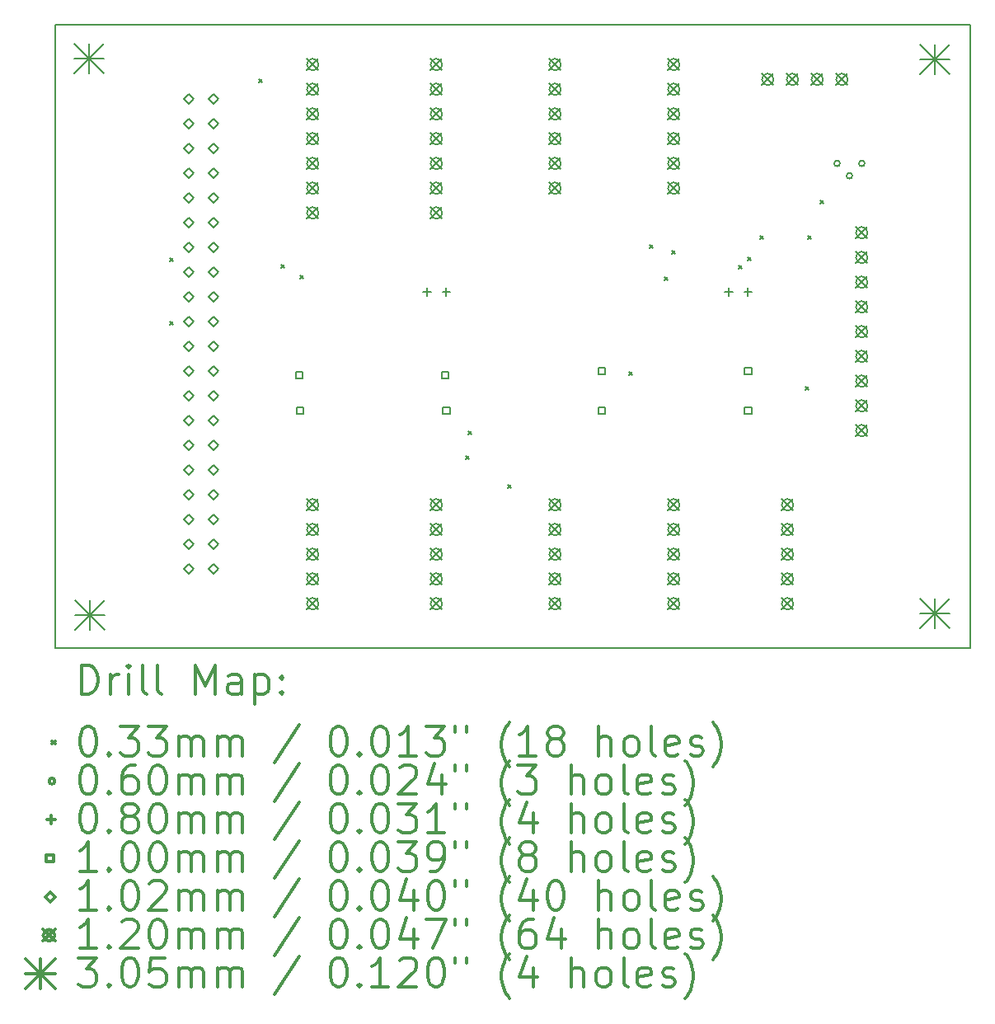
<source format=gbr>
%FSLAX45Y45*%
G04 Gerber Fmt 4.5, Leading zero omitted, Abs format (unit mm)*
G04 Created by KiCad (PCBNEW 4.0.2-4+6225~38~ubuntu15.10.1-stable) date Wed 08 Jun 2016 11:21:12 PM EDT*
%MOMM*%
G01*
G04 APERTURE LIST*
%ADD10C,0.127000*%
%ADD11C,0.150000*%
%ADD12C,0.200000*%
%ADD13C,0.300000*%
G04 APERTURE END LIST*
D10*
D11*
X18999200Y-14274800D02*
X19354800Y-14274800D01*
X19050000Y-7874000D02*
X19354800Y-7874000D01*
X9956800Y-7874000D02*
X10109200Y-7874000D01*
X9956800Y-14274800D02*
X9956800Y-7874000D01*
X19100800Y-14274800D02*
X9956800Y-14274800D01*
X19354800Y-7874000D02*
X19354800Y-14274800D01*
X10109200Y-7874000D02*
X19100800Y-7874000D01*
D12*
X11134090Y-10270490D02*
X11167110Y-10303510D01*
X11167110Y-10270490D02*
X11134090Y-10303510D01*
X11134090Y-10918190D02*
X11167110Y-10951210D01*
X11167110Y-10918190D02*
X11134090Y-10951210D01*
X12048490Y-8428990D02*
X12081510Y-8462010D01*
X12081510Y-8428990D02*
X12048490Y-8462010D01*
X12277090Y-10333990D02*
X12310110Y-10367010D01*
X12310110Y-10333990D02*
X12277090Y-10367010D01*
X12467590Y-10448290D02*
X12500610Y-10481310D01*
X12500610Y-10448290D02*
X12467590Y-10481310D01*
X14169390Y-12302490D02*
X14202410Y-12335510D01*
X14202410Y-12302490D02*
X14169390Y-12335510D01*
X14194790Y-12048490D02*
X14227810Y-12081510D01*
X14227810Y-12048490D02*
X14194790Y-12081510D01*
X14601190Y-12594590D02*
X14634210Y-12627610D01*
X14634210Y-12594590D02*
X14601190Y-12627610D01*
X15845790Y-11438890D02*
X15878810Y-11471910D01*
X15878810Y-11438890D02*
X15845790Y-11471910D01*
X16061690Y-10130790D02*
X16094710Y-10163810D01*
X16094710Y-10130790D02*
X16061690Y-10163810D01*
X16214090Y-10460990D02*
X16247110Y-10494010D01*
X16247110Y-10460990D02*
X16214090Y-10494010D01*
X16290290Y-10194290D02*
X16323310Y-10227310D01*
X16323310Y-10194290D02*
X16290290Y-10227310D01*
X16976090Y-10346690D02*
X17009110Y-10379710D01*
X17009110Y-10346690D02*
X16976090Y-10379710D01*
X17064990Y-10257790D02*
X17098010Y-10290810D01*
X17098010Y-10257790D02*
X17064990Y-10290810D01*
X17191990Y-10041890D02*
X17225010Y-10074910D01*
X17225010Y-10041890D02*
X17191990Y-10074910D01*
X17661890Y-11591290D02*
X17694910Y-11624310D01*
X17694910Y-11591290D02*
X17661890Y-11624310D01*
X17687290Y-10041890D02*
X17720310Y-10074910D01*
X17720310Y-10041890D02*
X17687290Y-10074910D01*
X17814290Y-9673590D02*
X17847310Y-9706610D01*
X17847310Y-9673590D02*
X17814290Y-9706610D01*
X18013200Y-9296400D02*
G75*
G03X18013200Y-9296400I-30000J0D01*
G01*
X18140200Y-9423400D02*
G75*
G03X18140200Y-9423400I-30000J0D01*
G01*
X18267200Y-9296400D02*
G75*
G03X18267200Y-9296400I-30000J0D01*
G01*
X13770000Y-10577200D02*
X13770000Y-10657200D01*
X13730000Y-10617200D02*
X13810000Y-10617200D01*
X13970000Y-10577200D02*
X13970000Y-10657200D01*
X13930000Y-10617200D02*
X14010000Y-10617200D01*
X16868800Y-10577200D02*
X16868800Y-10657200D01*
X16828800Y-10617200D02*
X16908800Y-10617200D01*
X17068800Y-10577200D02*
X17068800Y-10657200D01*
X17028800Y-10617200D02*
X17108800Y-10617200D01*
X12492682Y-11503482D02*
X12492682Y-11432717D01*
X12421917Y-11432717D01*
X12421917Y-11503482D01*
X12492682Y-11503482D01*
X12505382Y-11871782D02*
X12505382Y-11801017D01*
X12434617Y-11801017D01*
X12434617Y-11871782D01*
X12505382Y-11871782D01*
X13992682Y-11503482D02*
X13992682Y-11432717D01*
X13921917Y-11432717D01*
X13921917Y-11503482D01*
X13992682Y-11503482D01*
X14005382Y-11871782D02*
X14005382Y-11801017D01*
X13934617Y-11801017D01*
X13934617Y-11871782D01*
X14005382Y-11871782D01*
X15604182Y-11465382D02*
X15604182Y-11394617D01*
X15533417Y-11394617D01*
X15533417Y-11465382D01*
X15604182Y-11465382D01*
X15604182Y-11871782D02*
X15604182Y-11801017D01*
X15533417Y-11801017D01*
X15533417Y-11871782D01*
X15604182Y-11871782D01*
X17104183Y-11465382D02*
X17104183Y-11394617D01*
X17033418Y-11394617D01*
X17033418Y-11465382D01*
X17104183Y-11465382D01*
X17104183Y-11871782D02*
X17104183Y-11801017D01*
X17033418Y-11801017D01*
X17033418Y-11871782D01*
X17104183Y-11871782D01*
X11328400Y-8686800D02*
X11379200Y-8636000D01*
X11328400Y-8585200D01*
X11277600Y-8636000D01*
X11328400Y-8686800D01*
X11328400Y-8940800D02*
X11379200Y-8890000D01*
X11328400Y-8839200D01*
X11277600Y-8890000D01*
X11328400Y-8940800D01*
X11328400Y-9194800D02*
X11379200Y-9144000D01*
X11328400Y-9093200D01*
X11277600Y-9144000D01*
X11328400Y-9194800D01*
X11328400Y-9448800D02*
X11379200Y-9398000D01*
X11328400Y-9347200D01*
X11277600Y-9398000D01*
X11328400Y-9448800D01*
X11328400Y-9702800D02*
X11379200Y-9652000D01*
X11328400Y-9601200D01*
X11277600Y-9652000D01*
X11328400Y-9702800D01*
X11328400Y-9956800D02*
X11379200Y-9906000D01*
X11328400Y-9855200D01*
X11277600Y-9906000D01*
X11328400Y-9956800D01*
X11328400Y-10210800D02*
X11379200Y-10160000D01*
X11328400Y-10109200D01*
X11277600Y-10160000D01*
X11328400Y-10210800D01*
X11328400Y-10464800D02*
X11379200Y-10414000D01*
X11328400Y-10363200D01*
X11277600Y-10414000D01*
X11328400Y-10464800D01*
X11328400Y-10718800D02*
X11379200Y-10668000D01*
X11328400Y-10617200D01*
X11277600Y-10668000D01*
X11328400Y-10718800D01*
X11328400Y-10972800D02*
X11379200Y-10922000D01*
X11328400Y-10871200D01*
X11277600Y-10922000D01*
X11328400Y-10972800D01*
X11328400Y-11226800D02*
X11379200Y-11176000D01*
X11328400Y-11125200D01*
X11277600Y-11176000D01*
X11328400Y-11226800D01*
X11328400Y-11480800D02*
X11379200Y-11430000D01*
X11328400Y-11379200D01*
X11277600Y-11430000D01*
X11328400Y-11480800D01*
X11328400Y-11734800D02*
X11379200Y-11684000D01*
X11328400Y-11633200D01*
X11277600Y-11684000D01*
X11328400Y-11734800D01*
X11328400Y-11988800D02*
X11379200Y-11938000D01*
X11328400Y-11887200D01*
X11277600Y-11938000D01*
X11328400Y-11988800D01*
X11328400Y-12242800D02*
X11379200Y-12192000D01*
X11328400Y-12141200D01*
X11277600Y-12192000D01*
X11328400Y-12242800D01*
X11328400Y-12496800D02*
X11379200Y-12446000D01*
X11328400Y-12395200D01*
X11277600Y-12446000D01*
X11328400Y-12496800D01*
X11328400Y-12750800D02*
X11379200Y-12700000D01*
X11328400Y-12649200D01*
X11277600Y-12700000D01*
X11328400Y-12750800D01*
X11328400Y-13004800D02*
X11379200Y-12954000D01*
X11328400Y-12903200D01*
X11277600Y-12954000D01*
X11328400Y-13004800D01*
X11328400Y-13258800D02*
X11379200Y-13208000D01*
X11328400Y-13157200D01*
X11277600Y-13208000D01*
X11328400Y-13258800D01*
X11328400Y-13512800D02*
X11379200Y-13462000D01*
X11328400Y-13411200D01*
X11277600Y-13462000D01*
X11328400Y-13512800D01*
X11582400Y-8686800D02*
X11633200Y-8636000D01*
X11582400Y-8585200D01*
X11531600Y-8636000D01*
X11582400Y-8686800D01*
X11582400Y-8940800D02*
X11633200Y-8890000D01*
X11582400Y-8839200D01*
X11531600Y-8890000D01*
X11582400Y-8940800D01*
X11582400Y-9194800D02*
X11633200Y-9144000D01*
X11582400Y-9093200D01*
X11531600Y-9144000D01*
X11582400Y-9194800D01*
X11582400Y-9448800D02*
X11633200Y-9398000D01*
X11582400Y-9347200D01*
X11531600Y-9398000D01*
X11582400Y-9448800D01*
X11582400Y-9702800D02*
X11633200Y-9652000D01*
X11582400Y-9601200D01*
X11531600Y-9652000D01*
X11582400Y-9702800D01*
X11582400Y-9956800D02*
X11633200Y-9906000D01*
X11582400Y-9855200D01*
X11531600Y-9906000D01*
X11582400Y-9956800D01*
X11582400Y-10210800D02*
X11633200Y-10160000D01*
X11582400Y-10109200D01*
X11531600Y-10160000D01*
X11582400Y-10210800D01*
X11582400Y-10464800D02*
X11633200Y-10414000D01*
X11582400Y-10363200D01*
X11531600Y-10414000D01*
X11582400Y-10464800D01*
X11582400Y-10718800D02*
X11633200Y-10668000D01*
X11582400Y-10617200D01*
X11531600Y-10668000D01*
X11582400Y-10718800D01*
X11582400Y-10972800D02*
X11633200Y-10922000D01*
X11582400Y-10871200D01*
X11531600Y-10922000D01*
X11582400Y-10972800D01*
X11582400Y-11226800D02*
X11633200Y-11176000D01*
X11582400Y-11125200D01*
X11531600Y-11176000D01*
X11582400Y-11226800D01*
X11582400Y-11480800D02*
X11633200Y-11430000D01*
X11582400Y-11379200D01*
X11531600Y-11430000D01*
X11582400Y-11480800D01*
X11582400Y-11734800D02*
X11633200Y-11684000D01*
X11582400Y-11633200D01*
X11531600Y-11684000D01*
X11582400Y-11734800D01*
X11582400Y-11988800D02*
X11633200Y-11938000D01*
X11582400Y-11887200D01*
X11531600Y-11938000D01*
X11582400Y-11988800D01*
X11582400Y-12242800D02*
X11633200Y-12192000D01*
X11582400Y-12141200D01*
X11531600Y-12192000D01*
X11582400Y-12242800D01*
X11582400Y-12496800D02*
X11633200Y-12446000D01*
X11582400Y-12395200D01*
X11531600Y-12446000D01*
X11582400Y-12496800D01*
X11582400Y-12750800D02*
X11633200Y-12700000D01*
X11582400Y-12649200D01*
X11531600Y-12700000D01*
X11582400Y-12750800D01*
X11582400Y-13004800D02*
X11633200Y-12954000D01*
X11582400Y-12903200D01*
X11531600Y-12954000D01*
X11582400Y-13004800D01*
X11582400Y-13258800D02*
X11633200Y-13208000D01*
X11582400Y-13157200D01*
X11531600Y-13208000D01*
X11582400Y-13258800D01*
X11582400Y-13512800D02*
X11633200Y-13462000D01*
X11582400Y-13411200D01*
X11531600Y-13462000D01*
X11582400Y-13512800D01*
X12538400Y-8220400D02*
X12658400Y-8340400D01*
X12658400Y-8220400D02*
X12538400Y-8340400D01*
X12658400Y-8280400D02*
G75*
G03X12658400Y-8280400I-60000J0D01*
G01*
X12538400Y-8474400D02*
X12658400Y-8594400D01*
X12658400Y-8474400D02*
X12538400Y-8594400D01*
X12658400Y-8534400D02*
G75*
G03X12658400Y-8534400I-60000J0D01*
G01*
X12538400Y-8728400D02*
X12658400Y-8848400D01*
X12658400Y-8728400D02*
X12538400Y-8848400D01*
X12658400Y-8788400D02*
G75*
G03X12658400Y-8788400I-60000J0D01*
G01*
X12538400Y-8982400D02*
X12658400Y-9102400D01*
X12658400Y-8982400D02*
X12538400Y-9102400D01*
X12658400Y-9042400D02*
G75*
G03X12658400Y-9042400I-60000J0D01*
G01*
X12538400Y-9236400D02*
X12658400Y-9356400D01*
X12658400Y-9236400D02*
X12538400Y-9356400D01*
X12658400Y-9296400D02*
G75*
G03X12658400Y-9296400I-60000J0D01*
G01*
X12538400Y-9490400D02*
X12658400Y-9610400D01*
X12658400Y-9490400D02*
X12538400Y-9610400D01*
X12658400Y-9550400D02*
G75*
G03X12658400Y-9550400I-60000J0D01*
G01*
X12538400Y-9744400D02*
X12658400Y-9864400D01*
X12658400Y-9744400D02*
X12538400Y-9864400D01*
X12658400Y-9804400D02*
G75*
G03X12658400Y-9804400I-60000J0D01*
G01*
X12538400Y-12741600D02*
X12658400Y-12861600D01*
X12658400Y-12741600D02*
X12538400Y-12861600D01*
X12658400Y-12801600D02*
G75*
G03X12658400Y-12801600I-60000J0D01*
G01*
X12538400Y-12995600D02*
X12658400Y-13115600D01*
X12658400Y-12995600D02*
X12538400Y-13115600D01*
X12658400Y-13055600D02*
G75*
G03X12658400Y-13055600I-60000J0D01*
G01*
X12538400Y-13249600D02*
X12658400Y-13369600D01*
X12658400Y-13249600D02*
X12538400Y-13369600D01*
X12658400Y-13309600D02*
G75*
G03X12658400Y-13309600I-60000J0D01*
G01*
X12538400Y-13503600D02*
X12658400Y-13623600D01*
X12658400Y-13503600D02*
X12538400Y-13623600D01*
X12658400Y-13563600D02*
G75*
G03X12658400Y-13563600I-60000J0D01*
G01*
X12538400Y-13757600D02*
X12658400Y-13877600D01*
X12658400Y-13757600D02*
X12538400Y-13877600D01*
X12658400Y-13817600D02*
G75*
G03X12658400Y-13817600I-60000J0D01*
G01*
X13808400Y-8220400D02*
X13928400Y-8340400D01*
X13928400Y-8220400D02*
X13808400Y-8340400D01*
X13928400Y-8280400D02*
G75*
G03X13928400Y-8280400I-60000J0D01*
G01*
X13808400Y-8474400D02*
X13928400Y-8594400D01*
X13928400Y-8474400D02*
X13808400Y-8594400D01*
X13928400Y-8534400D02*
G75*
G03X13928400Y-8534400I-60000J0D01*
G01*
X13808400Y-8728400D02*
X13928400Y-8848400D01*
X13928400Y-8728400D02*
X13808400Y-8848400D01*
X13928400Y-8788400D02*
G75*
G03X13928400Y-8788400I-60000J0D01*
G01*
X13808400Y-8982400D02*
X13928400Y-9102400D01*
X13928400Y-8982400D02*
X13808400Y-9102400D01*
X13928400Y-9042400D02*
G75*
G03X13928400Y-9042400I-60000J0D01*
G01*
X13808400Y-9236400D02*
X13928400Y-9356400D01*
X13928400Y-9236400D02*
X13808400Y-9356400D01*
X13928400Y-9296400D02*
G75*
G03X13928400Y-9296400I-60000J0D01*
G01*
X13808400Y-9490400D02*
X13928400Y-9610400D01*
X13928400Y-9490400D02*
X13808400Y-9610400D01*
X13928400Y-9550400D02*
G75*
G03X13928400Y-9550400I-60000J0D01*
G01*
X13808400Y-9744400D02*
X13928400Y-9864400D01*
X13928400Y-9744400D02*
X13808400Y-9864400D01*
X13928400Y-9804400D02*
G75*
G03X13928400Y-9804400I-60000J0D01*
G01*
X13808400Y-12741600D02*
X13928400Y-12861600D01*
X13928400Y-12741600D02*
X13808400Y-12861600D01*
X13928400Y-12801600D02*
G75*
G03X13928400Y-12801600I-60000J0D01*
G01*
X13808400Y-12995600D02*
X13928400Y-13115600D01*
X13928400Y-12995600D02*
X13808400Y-13115600D01*
X13928400Y-13055600D02*
G75*
G03X13928400Y-13055600I-60000J0D01*
G01*
X13808400Y-13249600D02*
X13928400Y-13369600D01*
X13928400Y-13249600D02*
X13808400Y-13369600D01*
X13928400Y-13309600D02*
G75*
G03X13928400Y-13309600I-60000J0D01*
G01*
X13808400Y-13503600D02*
X13928400Y-13623600D01*
X13928400Y-13503600D02*
X13808400Y-13623600D01*
X13928400Y-13563600D02*
G75*
G03X13928400Y-13563600I-60000J0D01*
G01*
X13808400Y-13757600D02*
X13928400Y-13877600D01*
X13928400Y-13757600D02*
X13808400Y-13877600D01*
X13928400Y-13817600D02*
G75*
G03X13928400Y-13817600I-60000J0D01*
G01*
X15027600Y-8220400D02*
X15147600Y-8340400D01*
X15147600Y-8220400D02*
X15027600Y-8340400D01*
X15147600Y-8280400D02*
G75*
G03X15147600Y-8280400I-60000J0D01*
G01*
X15027600Y-8474400D02*
X15147600Y-8594400D01*
X15147600Y-8474400D02*
X15027600Y-8594400D01*
X15147600Y-8534400D02*
G75*
G03X15147600Y-8534400I-60000J0D01*
G01*
X15027600Y-8728400D02*
X15147600Y-8848400D01*
X15147600Y-8728400D02*
X15027600Y-8848400D01*
X15147600Y-8788400D02*
G75*
G03X15147600Y-8788400I-60000J0D01*
G01*
X15027600Y-8982400D02*
X15147600Y-9102400D01*
X15147600Y-8982400D02*
X15027600Y-9102400D01*
X15147600Y-9042400D02*
G75*
G03X15147600Y-9042400I-60000J0D01*
G01*
X15027600Y-9236400D02*
X15147600Y-9356400D01*
X15147600Y-9236400D02*
X15027600Y-9356400D01*
X15147600Y-9296400D02*
G75*
G03X15147600Y-9296400I-60000J0D01*
G01*
X15027600Y-9490400D02*
X15147600Y-9610400D01*
X15147600Y-9490400D02*
X15027600Y-9610400D01*
X15147600Y-9550400D02*
G75*
G03X15147600Y-9550400I-60000J0D01*
G01*
X15027600Y-12741600D02*
X15147600Y-12861600D01*
X15147600Y-12741600D02*
X15027600Y-12861600D01*
X15147600Y-12801600D02*
G75*
G03X15147600Y-12801600I-60000J0D01*
G01*
X15027600Y-12995600D02*
X15147600Y-13115600D01*
X15147600Y-12995600D02*
X15027600Y-13115600D01*
X15147600Y-13055600D02*
G75*
G03X15147600Y-13055600I-60000J0D01*
G01*
X15027600Y-13249600D02*
X15147600Y-13369600D01*
X15147600Y-13249600D02*
X15027600Y-13369600D01*
X15147600Y-13309600D02*
G75*
G03X15147600Y-13309600I-60000J0D01*
G01*
X15027600Y-13503600D02*
X15147600Y-13623600D01*
X15147600Y-13503600D02*
X15027600Y-13623600D01*
X15147600Y-13563600D02*
G75*
G03X15147600Y-13563600I-60000J0D01*
G01*
X15027600Y-13757600D02*
X15147600Y-13877600D01*
X15147600Y-13757600D02*
X15027600Y-13877600D01*
X15147600Y-13817600D02*
G75*
G03X15147600Y-13817600I-60000J0D01*
G01*
X16246800Y-8220400D02*
X16366800Y-8340400D01*
X16366800Y-8220400D02*
X16246800Y-8340400D01*
X16366800Y-8280400D02*
G75*
G03X16366800Y-8280400I-60000J0D01*
G01*
X16246800Y-8474400D02*
X16366800Y-8594400D01*
X16366800Y-8474400D02*
X16246800Y-8594400D01*
X16366800Y-8534400D02*
G75*
G03X16366800Y-8534400I-60000J0D01*
G01*
X16246800Y-8728400D02*
X16366800Y-8848400D01*
X16366800Y-8728400D02*
X16246800Y-8848400D01*
X16366800Y-8788400D02*
G75*
G03X16366800Y-8788400I-60000J0D01*
G01*
X16246800Y-8982400D02*
X16366800Y-9102400D01*
X16366800Y-8982400D02*
X16246800Y-9102400D01*
X16366800Y-9042400D02*
G75*
G03X16366800Y-9042400I-60000J0D01*
G01*
X16246800Y-9236400D02*
X16366800Y-9356400D01*
X16366800Y-9236400D02*
X16246800Y-9356400D01*
X16366800Y-9296400D02*
G75*
G03X16366800Y-9296400I-60000J0D01*
G01*
X16246800Y-9490400D02*
X16366800Y-9610400D01*
X16366800Y-9490400D02*
X16246800Y-9610400D01*
X16366800Y-9550400D02*
G75*
G03X16366800Y-9550400I-60000J0D01*
G01*
X16246800Y-12741600D02*
X16366800Y-12861600D01*
X16366800Y-12741600D02*
X16246800Y-12861600D01*
X16366800Y-12801600D02*
G75*
G03X16366800Y-12801600I-60000J0D01*
G01*
X16246800Y-12995600D02*
X16366800Y-13115600D01*
X16366800Y-12995600D02*
X16246800Y-13115600D01*
X16366800Y-13055600D02*
G75*
G03X16366800Y-13055600I-60000J0D01*
G01*
X16246800Y-13249600D02*
X16366800Y-13369600D01*
X16366800Y-13249600D02*
X16246800Y-13369600D01*
X16366800Y-13309600D02*
G75*
G03X16366800Y-13309600I-60000J0D01*
G01*
X16246800Y-13503600D02*
X16366800Y-13623600D01*
X16366800Y-13503600D02*
X16246800Y-13623600D01*
X16366800Y-13563600D02*
G75*
G03X16366800Y-13563600I-60000J0D01*
G01*
X16246800Y-13757600D02*
X16366800Y-13877600D01*
X16366800Y-13757600D02*
X16246800Y-13877600D01*
X16366800Y-13817600D02*
G75*
G03X16366800Y-13817600I-60000J0D01*
G01*
X17212000Y-8372800D02*
X17332000Y-8492800D01*
X17332000Y-8372800D02*
X17212000Y-8492800D01*
X17332000Y-8432800D02*
G75*
G03X17332000Y-8432800I-60000J0D01*
G01*
X17415200Y-12741600D02*
X17535200Y-12861600D01*
X17535200Y-12741600D02*
X17415200Y-12861600D01*
X17535200Y-12801600D02*
G75*
G03X17535200Y-12801600I-60000J0D01*
G01*
X17415200Y-12995600D02*
X17535200Y-13115600D01*
X17535200Y-12995600D02*
X17415200Y-13115600D01*
X17535200Y-13055600D02*
G75*
G03X17535200Y-13055600I-60000J0D01*
G01*
X17415200Y-13249600D02*
X17535200Y-13369600D01*
X17535200Y-13249600D02*
X17415200Y-13369600D01*
X17535200Y-13309600D02*
G75*
G03X17535200Y-13309600I-60000J0D01*
G01*
X17415200Y-13503600D02*
X17535200Y-13623600D01*
X17535200Y-13503600D02*
X17415200Y-13623600D01*
X17535200Y-13563600D02*
G75*
G03X17535200Y-13563600I-60000J0D01*
G01*
X17415200Y-13757600D02*
X17535200Y-13877600D01*
X17535200Y-13757600D02*
X17415200Y-13877600D01*
X17535200Y-13817600D02*
G75*
G03X17535200Y-13817600I-60000J0D01*
G01*
X17466000Y-8372800D02*
X17586000Y-8492800D01*
X17586000Y-8372800D02*
X17466000Y-8492800D01*
X17586000Y-8432800D02*
G75*
G03X17586000Y-8432800I-60000J0D01*
G01*
X17720000Y-8372800D02*
X17840000Y-8492800D01*
X17840000Y-8372800D02*
X17720000Y-8492800D01*
X17840000Y-8432800D02*
G75*
G03X17840000Y-8432800I-60000J0D01*
G01*
X17974000Y-8372800D02*
X18094000Y-8492800D01*
X18094000Y-8372800D02*
X17974000Y-8492800D01*
X18094000Y-8432800D02*
G75*
G03X18094000Y-8432800I-60000J0D01*
G01*
X18177200Y-9947600D02*
X18297200Y-10067600D01*
X18297200Y-9947600D02*
X18177200Y-10067600D01*
X18297200Y-10007600D02*
G75*
G03X18297200Y-10007600I-60000J0D01*
G01*
X18177200Y-10201600D02*
X18297200Y-10321600D01*
X18297200Y-10201600D02*
X18177200Y-10321600D01*
X18297200Y-10261600D02*
G75*
G03X18297200Y-10261600I-60000J0D01*
G01*
X18177200Y-10455600D02*
X18297200Y-10575600D01*
X18297200Y-10455600D02*
X18177200Y-10575600D01*
X18297200Y-10515600D02*
G75*
G03X18297200Y-10515600I-60000J0D01*
G01*
X18177200Y-10709600D02*
X18297200Y-10829600D01*
X18297200Y-10709600D02*
X18177200Y-10829600D01*
X18297200Y-10769600D02*
G75*
G03X18297200Y-10769600I-60000J0D01*
G01*
X18177200Y-10963600D02*
X18297200Y-11083600D01*
X18297200Y-10963600D02*
X18177200Y-11083600D01*
X18297200Y-11023600D02*
G75*
G03X18297200Y-11023600I-60000J0D01*
G01*
X18177200Y-11217600D02*
X18297200Y-11337600D01*
X18297200Y-11217600D02*
X18177200Y-11337600D01*
X18297200Y-11277600D02*
G75*
G03X18297200Y-11277600I-60000J0D01*
G01*
X18177200Y-11471600D02*
X18297200Y-11591600D01*
X18297200Y-11471600D02*
X18177200Y-11591600D01*
X18297200Y-11531600D02*
G75*
G03X18297200Y-11531600I-60000J0D01*
G01*
X18177200Y-11725600D02*
X18297200Y-11845600D01*
X18297200Y-11725600D02*
X18177200Y-11845600D01*
X18297200Y-11785600D02*
G75*
G03X18297200Y-11785600I-60000J0D01*
G01*
X18177200Y-11979600D02*
X18297200Y-12099600D01*
X18297200Y-11979600D02*
X18177200Y-12099600D01*
X18297200Y-12039600D02*
G75*
G03X18297200Y-12039600I-60000J0D01*
G01*
X10147300Y-8064500D02*
X10452100Y-8369300D01*
X10452100Y-8064500D02*
X10147300Y-8369300D01*
X10299700Y-8064500D02*
X10299700Y-8369300D01*
X10147300Y-8216900D02*
X10452100Y-8216900D01*
X10160000Y-13779500D02*
X10464800Y-14084300D01*
X10464800Y-13779500D02*
X10160000Y-14084300D01*
X10312400Y-13779500D02*
X10312400Y-14084300D01*
X10160000Y-13931900D02*
X10464800Y-13931900D01*
X18834100Y-8077200D02*
X19138900Y-8382000D01*
X19138900Y-8077200D02*
X18834100Y-8382000D01*
X18986500Y-8077200D02*
X18986500Y-8382000D01*
X18834100Y-8229600D02*
X19138900Y-8229600D01*
X18834100Y-13766800D02*
X19138900Y-14071600D01*
X19138900Y-13766800D02*
X18834100Y-14071600D01*
X18986500Y-13766800D02*
X18986500Y-14071600D01*
X18834100Y-13919200D02*
X19138900Y-13919200D01*
D13*
X10220729Y-14748014D02*
X10220729Y-14448014D01*
X10292157Y-14448014D01*
X10335014Y-14462300D01*
X10363586Y-14490871D01*
X10377871Y-14519443D01*
X10392157Y-14576586D01*
X10392157Y-14619443D01*
X10377871Y-14676586D01*
X10363586Y-14705157D01*
X10335014Y-14733729D01*
X10292157Y-14748014D01*
X10220729Y-14748014D01*
X10520729Y-14748014D02*
X10520729Y-14548014D01*
X10520729Y-14605157D02*
X10535014Y-14576586D01*
X10549300Y-14562300D01*
X10577871Y-14548014D01*
X10606443Y-14548014D01*
X10706443Y-14748014D02*
X10706443Y-14548014D01*
X10706443Y-14448014D02*
X10692157Y-14462300D01*
X10706443Y-14476586D01*
X10720729Y-14462300D01*
X10706443Y-14448014D01*
X10706443Y-14476586D01*
X10892157Y-14748014D02*
X10863586Y-14733729D01*
X10849300Y-14705157D01*
X10849300Y-14448014D01*
X11049300Y-14748014D02*
X11020729Y-14733729D01*
X11006443Y-14705157D01*
X11006443Y-14448014D01*
X11392157Y-14748014D02*
X11392157Y-14448014D01*
X11492157Y-14662300D01*
X11592157Y-14448014D01*
X11592157Y-14748014D01*
X11863586Y-14748014D02*
X11863586Y-14590871D01*
X11849300Y-14562300D01*
X11820728Y-14548014D01*
X11763586Y-14548014D01*
X11735014Y-14562300D01*
X11863586Y-14733729D02*
X11835014Y-14748014D01*
X11763586Y-14748014D01*
X11735014Y-14733729D01*
X11720728Y-14705157D01*
X11720728Y-14676586D01*
X11735014Y-14648014D01*
X11763586Y-14633729D01*
X11835014Y-14633729D01*
X11863586Y-14619443D01*
X12006443Y-14548014D02*
X12006443Y-14848014D01*
X12006443Y-14562300D02*
X12035014Y-14548014D01*
X12092157Y-14548014D01*
X12120728Y-14562300D01*
X12135014Y-14576586D01*
X12149300Y-14605157D01*
X12149300Y-14690871D01*
X12135014Y-14719443D01*
X12120728Y-14733729D01*
X12092157Y-14748014D01*
X12035014Y-14748014D01*
X12006443Y-14733729D01*
X12277871Y-14719443D02*
X12292157Y-14733729D01*
X12277871Y-14748014D01*
X12263586Y-14733729D01*
X12277871Y-14719443D01*
X12277871Y-14748014D01*
X12277871Y-14562300D02*
X12292157Y-14576586D01*
X12277871Y-14590871D01*
X12263586Y-14576586D01*
X12277871Y-14562300D01*
X12277871Y-14590871D01*
X9916280Y-15225790D02*
X9949300Y-15258810D01*
X9949300Y-15225790D02*
X9916280Y-15258810D01*
X10277871Y-15078014D02*
X10306443Y-15078014D01*
X10335014Y-15092300D01*
X10349300Y-15106586D01*
X10363586Y-15135157D01*
X10377871Y-15192300D01*
X10377871Y-15263729D01*
X10363586Y-15320871D01*
X10349300Y-15349443D01*
X10335014Y-15363729D01*
X10306443Y-15378014D01*
X10277871Y-15378014D01*
X10249300Y-15363729D01*
X10235014Y-15349443D01*
X10220729Y-15320871D01*
X10206443Y-15263729D01*
X10206443Y-15192300D01*
X10220729Y-15135157D01*
X10235014Y-15106586D01*
X10249300Y-15092300D01*
X10277871Y-15078014D01*
X10506443Y-15349443D02*
X10520729Y-15363729D01*
X10506443Y-15378014D01*
X10492157Y-15363729D01*
X10506443Y-15349443D01*
X10506443Y-15378014D01*
X10620728Y-15078014D02*
X10806443Y-15078014D01*
X10706443Y-15192300D01*
X10749300Y-15192300D01*
X10777871Y-15206586D01*
X10792157Y-15220871D01*
X10806443Y-15249443D01*
X10806443Y-15320871D01*
X10792157Y-15349443D01*
X10777871Y-15363729D01*
X10749300Y-15378014D01*
X10663586Y-15378014D01*
X10635014Y-15363729D01*
X10620728Y-15349443D01*
X10906443Y-15078014D02*
X11092157Y-15078014D01*
X10992157Y-15192300D01*
X11035014Y-15192300D01*
X11063586Y-15206586D01*
X11077871Y-15220871D01*
X11092157Y-15249443D01*
X11092157Y-15320871D01*
X11077871Y-15349443D01*
X11063586Y-15363729D01*
X11035014Y-15378014D01*
X10949300Y-15378014D01*
X10920729Y-15363729D01*
X10906443Y-15349443D01*
X11220728Y-15378014D02*
X11220728Y-15178014D01*
X11220728Y-15206586D02*
X11235014Y-15192300D01*
X11263586Y-15178014D01*
X11306443Y-15178014D01*
X11335014Y-15192300D01*
X11349300Y-15220871D01*
X11349300Y-15378014D01*
X11349300Y-15220871D02*
X11363586Y-15192300D01*
X11392157Y-15178014D01*
X11435014Y-15178014D01*
X11463586Y-15192300D01*
X11477871Y-15220871D01*
X11477871Y-15378014D01*
X11620728Y-15378014D02*
X11620728Y-15178014D01*
X11620728Y-15206586D02*
X11635014Y-15192300D01*
X11663586Y-15178014D01*
X11706443Y-15178014D01*
X11735014Y-15192300D01*
X11749300Y-15220871D01*
X11749300Y-15378014D01*
X11749300Y-15220871D02*
X11763586Y-15192300D01*
X11792157Y-15178014D01*
X11835014Y-15178014D01*
X11863586Y-15192300D01*
X11877871Y-15220871D01*
X11877871Y-15378014D01*
X12463586Y-15063729D02*
X12206443Y-15449443D01*
X12849300Y-15078014D02*
X12877871Y-15078014D01*
X12906443Y-15092300D01*
X12920728Y-15106586D01*
X12935014Y-15135157D01*
X12949300Y-15192300D01*
X12949300Y-15263729D01*
X12935014Y-15320871D01*
X12920728Y-15349443D01*
X12906443Y-15363729D01*
X12877871Y-15378014D01*
X12849300Y-15378014D01*
X12820728Y-15363729D01*
X12806443Y-15349443D01*
X12792157Y-15320871D01*
X12777871Y-15263729D01*
X12777871Y-15192300D01*
X12792157Y-15135157D01*
X12806443Y-15106586D01*
X12820728Y-15092300D01*
X12849300Y-15078014D01*
X13077871Y-15349443D02*
X13092157Y-15363729D01*
X13077871Y-15378014D01*
X13063586Y-15363729D01*
X13077871Y-15349443D01*
X13077871Y-15378014D01*
X13277871Y-15078014D02*
X13306443Y-15078014D01*
X13335014Y-15092300D01*
X13349300Y-15106586D01*
X13363585Y-15135157D01*
X13377871Y-15192300D01*
X13377871Y-15263729D01*
X13363585Y-15320871D01*
X13349300Y-15349443D01*
X13335014Y-15363729D01*
X13306443Y-15378014D01*
X13277871Y-15378014D01*
X13249300Y-15363729D01*
X13235014Y-15349443D01*
X13220728Y-15320871D01*
X13206443Y-15263729D01*
X13206443Y-15192300D01*
X13220728Y-15135157D01*
X13235014Y-15106586D01*
X13249300Y-15092300D01*
X13277871Y-15078014D01*
X13663585Y-15378014D02*
X13492157Y-15378014D01*
X13577871Y-15378014D02*
X13577871Y-15078014D01*
X13549300Y-15120871D01*
X13520728Y-15149443D01*
X13492157Y-15163729D01*
X13763585Y-15078014D02*
X13949300Y-15078014D01*
X13849300Y-15192300D01*
X13892157Y-15192300D01*
X13920728Y-15206586D01*
X13935014Y-15220871D01*
X13949300Y-15249443D01*
X13949300Y-15320871D01*
X13935014Y-15349443D01*
X13920728Y-15363729D01*
X13892157Y-15378014D01*
X13806443Y-15378014D01*
X13777871Y-15363729D01*
X13763585Y-15349443D01*
X14063586Y-15078014D02*
X14063586Y-15135157D01*
X14177871Y-15078014D02*
X14177871Y-15135157D01*
X14620728Y-15492300D02*
X14606443Y-15478014D01*
X14577871Y-15435157D01*
X14563585Y-15406586D01*
X14549300Y-15363729D01*
X14535014Y-15292300D01*
X14535014Y-15235157D01*
X14549300Y-15163729D01*
X14563585Y-15120871D01*
X14577871Y-15092300D01*
X14606443Y-15049443D01*
X14620728Y-15035157D01*
X14892157Y-15378014D02*
X14720728Y-15378014D01*
X14806443Y-15378014D02*
X14806443Y-15078014D01*
X14777871Y-15120871D01*
X14749300Y-15149443D01*
X14720728Y-15163729D01*
X15063585Y-15206586D02*
X15035014Y-15192300D01*
X15020728Y-15178014D01*
X15006443Y-15149443D01*
X15006443Y-15135157D01*
X15020728Y-15106586D01*
X15035014Y-15092300D01*
X15063585Y-15078014D01*
X15120728Y-15078014D01*
X15149300Y-15092300D01*
X15163585Y-15106586D01*
X15177871Y-15135157D01*
X15177871Y-15149443D01*
X15163585Y-15178014D01*
X15149300Y-15192300D01*
X15120728Y-15206586D01*
X15063585Y-15206586D01*
X15035014Y-15220871D01*
X15020728Y-15235157D01*
X15006443Y-15263729D01*
X15006443Y-15320871D01*
X15020728Y-15349443D01*
X15035014Y-15363729D01*
X15063585Y-15378014D01*
X15120728Y-15378014D01*
X15149300Y-15363729D01*
X15163585Y-15349443D01*
X15177871Y-15320871D01*
X15177871Y-15263729D01*
X15163585Y-15235157D01*
X15149300Y-15220871D01*
X15120728Y-15206586D01*
X15535014Y-15378014D02*
X15535014Y-15078014D01*
X15663585Y-15378014D02*
X15663585Y-15220871D01*
X15649300Y-15192300D01*
X15620728Y-15178014D01*
X15577871Y-15178014D01*
X15549300Y-15192300D01*
X15535014Y-15206586D01*
X15849300Y-15378014D02*
X15820728Y-15363729D01*
X15806443Y-15349443D01*
X15792157Y-15320871D01*
X15792157Y-15235157D01*
X15806443Y-15206586D01*
X15820728Y-15192300D01*
X15849300Y-15178014D01*
X15892157Y-15178014D01*
X15920728Y-15192300D01*
X15935014Y-15206586D01*
X15949300Y-15235157D01*
X15949300Y-15320871D01*
X15935014Y-15349443D01*
X15920728Y-15363729D01*
X15892157Y-15378014D01*
X15849300Y-15378014D01*
X16120728Y-15378014D02*
X16092157Y-15363729D01*
X16077871Y-15335157D01*
X16077871Y-15078014D01*
X16349300Y-15363729D02*
X16320728Y-15378014D01*
X16263586Y-15378014D01*
X16235014Y-15363729D01*
X16220728Y-15335157D01*
X16220728Y-15220871D01*
X16235014Y-15192300D01*
X16263586Y-15178014D01*
X16320728Y-15178014D01*
X16349300Y-15192300D01*
X16363586Y-15220871D01*
X16363586Y-15249443D01*
X16220728Y-15278014D01*
X16477871Y-15363729D02*
X16506443Y-15378014D01*
X16563586Y-15378014D01*
X16592157Y-15363729D01*
X16606443Y-15335157D01*
X16606443Y-15320871D01*
X16592157Y-15292300D01*
X16563586Y-15278014D01*
X16520728Y-15278014D01*
X16492157Y-15263729D01*
X16477871Y-15235157D01*
X16477871Y-15220871D01*
X16492157Y-15192300D01*
X16520728Y-15178014D01*
X16563586Y-15178014D01*
X16592157Y-15192300D01*
X16706443Y-15492300D02*
X16720728Y-15478014D01*
X16749300Y-15435157D01*
X16763586Y-15406586D01*
X16777871Y-15363729D01*
X16792157Y-15292300D01*
X16792157Y-15235157D01*
X16777871Y-15163729D01*
X16763586Y-15120871D01*
X16749300Y-15092300D01*
X16720728Y-15049443D01*
X16706443Y-15035157D01*
X9949300Y-15638300D02*
G75*
G03X9949300Y-15638300I-30000J0D01*
G01*
X10277871Y-15474014D02*
X10306443Y-15474014D01*
X10335014Y-15488300D01*
X10349300Y-15502586D01*
X10363586Y-15531157D01*
X10377871Y-15588300D01*
X10377871Y-15659729D01*
X10363586Y-15716871D01*
X10349300Y-15745443D01*
X10335014Y-15759729D01*
X10306443Y-15774014D01*
X10277871Y-15774014D01*
X10249300Y-15759729D01*
X10235014Y-15745443D01*
X10220729Y-15716871D01*
X10206443Y-15659729D01*
X10206443Y-15588300D01*
X10220729Y-15531157D01*
X10235014Y-15502586D01*
X10249300Y-15488300D01*
X10277871Y-15474014D01*
X10506443Y-15745443D02*
X10520729Y-15759729D01*
X10506443Y-15774014D01*
X10492157Y-15759729D01*
X10506443Y-15745443D01*
X10506443Y-15774014D01*
X10777871Y-15474014D02*
X10720728Y-15474014D01*
X10692157Y-15488300D01*
X10677871Y-15502586D01*
X10649300Y-15545443D01*
X10635014Y-15602586D01*
X10635014Y-15716871D01*
X10649300Y-15745443D01*
X10663586Y-15759729D01*
X10692157Y-15774014D01*
X10749300Y-15774014D01*
X10777871Y-15759729D01*
X10792157Y-15745443D01*
X10806443Y-15716871D01*
X10806443Y-15645443D01*
X10792157Y-15616871D01*
X10777871Y-15602586D01*
X10749300Y-15588300D01*
X10692157Y-15588300D01*
X10663586Y-15602586D01*
X10649300Y-15616871D01*
X10635014Y-15645443D01*
X10992157Y-15474014D02*
X11020729Y-15474014D01*
X11049300Y-15488300D01*
X11063586Y-15502586D01*
X11077871Y-15531157D01*
X11092157Y-15588300D01*
X11092157Y-15659729D01*
X11077871Y-15716871D01*
X11063586Y-15745443D01*
X11049300Y-15759729D01*
X11020729Y-15774014D01*
X10992157Y-15774014D01*
X10963586Y-15759729D01*
X10949300Y-15745443D01*
X10935014Y-15716871D01*
X10920729Y-15659729D01*
X10920729Y-15588300D01*
X10935014Y-15531157D01*
X10949300Y-15502586D01*
X10963586Y-15488300D01*
X10992157Y-15474014D01*
X11220728Y-15774014D02*
X11220728Y-15574014D01*
X11220728Y-15602586D02*
X11235014Y-15588300D01*
X11263586Y-15574014D01*
X11306443Y-15574014D01*
X11335014Y-15588300D01*
X11349300Y-15616871D01*
X11349300Y-15774014D01*
X11349300Y-15616871D02*
X11363586Y-15588300D01*
X11392157Y-15574014D01*
X11435014Y-15574014D01*
X11463586Y-15588300D01*
X11477871Y-15616871D01*
X11477871Y-15774014D01*
X11620728Y-15774014D02*
X11620728Y-15574014D01*
X11620728Y-15602586D02*
X11635014Y-15588300D01*
X11663586Y-15574014D01*
X11706443Y-15574014D01*
X11735014Y-15588300D01*
X11749300Y-15616871D01*
X11749300Y-15774014D01*
X11749300Y-15616871D02*
X11763586Y-15588300D01*
X11792157Y-15574014D01*
X11835014Y-15574014D01*
X11863586Y-15588300D01*
X11877871Y-15616871D01*
X11877871Y-15774014D01*
X12463586Y-15459729D02*
X12206443Y-15845443D01*
X12849300Y-15474014D02*
X12877871Y-15474014D01*
X12906443Y-15488300D01*
X12920728Y-15502586D01*
X12935014Y-15531157D01*
X12949300Y-15588300D01*
X12949300Y-15659729D01*
X12935014Y-15716871D01*
X12920728Y-15745443D01*
X12906443Y-15759729D01*
X12877871Y-15774014D01*
X12849300Y-15774014D01*
X12820728Y-15759729D01*
X12806443Y-15745443D01*
X12792157Y-15716871D01*
X12777871Y-15659729D01*
X12777871Y-15588300D01*
X12792157Y-15531157D01*
X12806443Y-15502586D01*
X12820728Y-15488300D01*
X12849300Y-15474014D01*
X13077871Y-15745443D02*
X13092157Y-15759729D01*
X13077871Y-15774014D01*
X13063586Y-15759729D01*
X13077871Y-15745443D01*
X13077871Y-15774014D01*
X13277871Y-15474014D02*
X13306443Y-15474014D01*
X13335014Y-15488300D01*
X13349300Y-15502586D01*
X13363585Y-15531157D01*
X13377871Y-15588300D01*
X13377871Y-15659729D01*
X13363585Y-15716871D01*
X13349300Y-15745443D01*
X13335014Y-15759729D01*
X13306443Y-15774014D01*
X13277871Y-15774014D01*
X13249300Y-15759729D01*
X13235014Y-15745443D01*
X13220728Y-15716871D01*
X13206443Y-15659729D01*
X13206443Y-15588300D01*
X13220728Y-15531157D01*
X13235014Y-15502586D01*
X13249300Y-15488300D01*
X13277871Y-15474014D01*
X13492157Y-15502586D02*
X13506443Y-15488300D01*
X13535014Y-15474014D01*
X13606443Y-15474014D01*
X13635014Y-15488300D01*
X13649300Y-15502586D01*
X13663585Y-15531157D01*
X13663585Y-15559729D01*
X13649300Y-15602586D01*
X13477871Y-15774014D01*
X13663585Y-15774014D01*
X13920728Y-15574014D02*
X13920728Y-15774014D01*
X13849300Y-15459729D02*
X13777871Y-15674014D01*
X13963585Y-15674014D01*
X14063586Y-15474014D02*
X14063586Y-15531157D01*
X14177871Y-15474014D02*
X14177871Y-15531157D01*
X14620728Y-15888300D02*
X14606443Y-15874014D01*
X14577871Y-15831157D01*
X14563585Y-15802586D01*
X14549300Y-15759729D01*
X14535014Y-15688300D01*
X14535014Y-15631157D01*
X14549300Y-15559729D01*
X14563585Y-15516871D01*
X14577871Y-15488300D01*
X14606443Y-15445443D01*
X14620728Y-15431157D01*
X14706443Y-15474014D02*
X14892157Y-15474014D01*
X14792157Y-15588300D01*
X14835014Y-15588300D01*
X14863585Y-15602586D01*
X14877871Y-15616871D01*
X14892157Y-15645443D01*
X14892157Y-15716871D01*
X14877871Y-15745443D01*
X14863585Y-15759729D01*
X14835014Y-15774014D01*
X14749300Y-15774014D01*
X14720728Y-15759729D01*
X14706443Y-15745443D01*
X15249300Y-15774014D02*
X15249300Y-15474014D01*
X15377871Y-15774014D02*
X15377871Y-15616871D01*
X15363585Y-15588300D01*
X15335014Y-15574014D01*
X15292157Y-15574014D01*
X15263585Y-15588300D01*
X15249300Y-15602586D01*
X15563585Y-15774014D02*
X15535014Y-15759729D01*
X15520728Y-15745443D01*
X15506443Y-15716871D01*
X15506443Y-15631157D01*
X15520728Y-15602586D01*
X15535014Y-15588300D01*
X15563585Y-15574014D01*
X15606443Y-15574014D01*
X15635014Y-15588300D01*
X15649300Y-15602586D01*
X15663585Y-15631157D01*
X15663585Y-15716871D01*
X15649300Y-15745443D01*
X15635014Y-15759729D01*
X15606443Y-15774014D01*
X15563585Y-15774014D01*
X15835014Y-15774014D02*
X15806443Y-15759729D01*
X15792157Y-15731157D01*
X15792157Y-15474014D01*
X16063586Y-15759729D02*
X16035014Y-15774014D01*
X15977871Y-15774014D01*
X15949300Y-15759729D01*
X15935014Y-15731157D01*
X15935014Y-15616871D01*
X15949300Y-15588300D01*
X15977871Y-15574014D01*
X16035014Y-15574014D01*
X16063586Y-15588300D01*
X16077871Y-15616871D01*
X16077871Y-15645443D01*
X15935014Y-15674014D01*
X16192157Y-15759729D02*
X16220728Y-15774014D01*
X16277871Y-15774014D01*
X16306443Y-15759729D01*
X16320728Y-15731157D01*
X16320728Y-15716871D01*
X16306443Y-15688300D01*
X16277871Y-15674014D01*
X16235014Y-15674014D01*
X16206443Y-15659729D01*
X16192157Y-15631157D01*
X16192157Y-15616871D01*
X16206443Y-15588300D01*
X16235014Y-15574014D01*
X16277871Y-15574014D01*
X16306443Y-15588300D01*
X16420728Y-15888300D02*
X16435014Y-15874014D01*
X16463586Y-15831157D01*
X16477871Y-15802586D01*
X16492157Y-15759729D01*
X16506443Y-15688300D01*
X16506443Y-15631157D01*
X16492157Y-15559729D01*
X16477871Y-15516871D01*
X16463586Y-15488300D01*
X16435014Y-15445443D01*
X16420728Y-15431157D01*
X9909300Y-15994300D02*
X9909300Y-16074300D01*
X9869300Y-16034300D02*
X9949300Y-16034300D01*
X10277871Y-15870014D02*
X10306443Y-15870014D01*
X10335014Y-15884300D01*
X10349300Y-15898586D01*
X10363586Y-15927157D01*
X10377871Y-15984300D01*
X10377871Y-16055729D01*
X10363586Y-16112871D01*
X10349300Y-16141443D01*
X10335014Y-16155729D01*
X10306443Y-16170014D01*
X10277871Y-16170014D01*
X10249300Y-16155729D01*
X10235014Y-16141443D01*
X10220729Y-16112871D01*
X10206443Y-16055729D01*
X10206443Y-15984300D01*
X10220729Y-15927157D01*
X10235014Y-15898586D01*
X10249300Y-15884300D01*
X10277871Y-15870014D01*
X10506443Y-16141443D02*
X10520729Y-16155729D01*
X10506443Y-16170014D01*
X10492157Y-16155729D01*
X10506443Y-16141443D01*
X10506443Y-16170014D01*
X10692157Y-15998586D02*
X10663586Y-15984300D01*
X10649300Y-15970014D01*
X10635014Y-15941443D01*
X10635014Y-15927157D01*
X10649300Y-15898586D01*
X10663586Y-15884300D01*
X10692157Y-15870014D01*
X10749300Y-15870014D01*
X10777871Y-15884300D01*
X10792157Y-15898586D01*
X10806443Y-15927157D01*
X10806443Y-15941443D01*
X10792157Y-15970014D01*
X10777871Y-15984300D01*
X10749300Y-15998586D01*
X10692157Y-15998586D01*
X10663586Y-16012871D01*
X10649300Y-16027157D01*
X10635014Y-16055729D01*
X10635014Y-16112871D01*
X10649300Y-16141443D01*
X10663586Y-16155729D01*
X10692157Y-16170014D01*
X10749300Y-16170014D01*
X10777871Y-16155729D01*
X10792157Y-16141443D01*
X10806443Y-16112871D01*
X10806443Y-16055729D01*
X10792157Y-16027157D01*
X10777871Y-16012871D01*
X10749300Y-15998586D01*
X10992157Y-15870014D02*
X11020729Y-15870014D01*
X11049300Y-15884300D01*
X11063586Y-15898586D01*
X11077871Y-15927157D01*
X11092157Y-15984300D01*
X11092157Y-16055729D01*
X11077871Y-16112871D01*
X11063586Y-16141443D01*
X11049300Y-16155729D01*
X11020729Y-16170014D01*
X10992157Y-16170014D01*
X10963586Y-16155729D01*
X10949300Y-16141443D01*
X10935014Y-16112871D01*
X10920729Y-16055729D01*
X10920729Y-15984300D01*
X10935014Y-15927157D01*
X10949300Y-15898586D01*
X10963586Y-15884300D01*
X10992157Y-15870014D01*
X11220728Y-16170014D02*
X11220728Y-15970014D01*
X11220728Y-15998586D02*
X11235014Y-15984300D01*
X11263586Y-15970014D01*
X11306443Y-15970014D01*
X11335014Y-15984300D01*
X11349300Y-16012871D01*
X11349300Y-16170014D01*
X11349300Y-16012871D02*
X11363586Y-15984300D01*
X11392157Y-15970014D01*
X11435014Y-15970014D01*
X11463586Y-15984300D01*
X11477871Y-16012871D01*
X11477871Y-16170014D01*
X11620728Y-16170014D02*
X11620728Y-15970014D01*
X11620728Y-15998586D02*
X11635014Y-15984300D01*
X11663586Y-15970014D01*
X11706443Y-15970014D01*
X11735014Y-15984300D01*
X11749300Y-16012871D01*
X11749300Y-16170014D01*
X11749300Y-16012871D02*
X11763586Y-15984300D01*
X11792157Y-15970014D01*
X11835014Y-15970014D01*
X11863586Y-15984300D01*
X11877871Y-16012871D01*
X11877871Y-16170014D01*
X12463586Y-15855729D02*
X12206443Y-16241443D01*
X12849300Y-15870014D02*
X12877871Y-15870014D01*
X12906443Y-15884300D01*
X12920728Y-15898586D01*
X12935014Y-15927157D01*
X12949300Y-15984300D01*
X12949300Y-16055729D01*
X12935014Y-16112871D01*
X12920728Y-16141443D01*
X12906443Y-16155729D01*
X12877871Y-16170014D01*
X12849300Y-16170014D01*
X12820728Y-16155729D01*
X12806443Y-16141443D01*
X12792157Y-16112871D01*
X12777871Y-16055729D01*
X12777871Y-15984300D01*
X12792157Y-15927157D01*
X12806443Y-15898586D01*
X12820728Y-15884300D01*
X12849300Y-15870014D01*
X13077871Y-16141443D02*
X13092157Y-16155729D01*
X13077871Y-16170014D01*
X13063586Y-16155729D01*
X13077871Y-16141443D01*
X13077871Y-16170014D01*
X13277871Y-15870014D02*
X13306443Y-15870014D01*
X13335014Y-15884300D01*
X13349300Y-15898586D01*
X13363585Y-15927157D01*
X13377871Y-15984300D01*
X13377871Y-16055729D01*
X13363585Y-16112871D01*
X13349300Y-16141443D01*
X13335014Y-16155729D01*
X13306443Y-16170014D01*
X13277871Y-16170014D01*
X13249300Y-16155729D01*
X13235014Y-16141443D01*
X13220728Y-16112871D01*
X13206443Y-16055729D01*
X13206443Y-15984300D01*
X13220728Y-15927157D01*
X13235014Y-15898586D01*
X13249300Y-15884300D01*
X13277871Y-15870014D01*
X13477871Y-15870014D02*
X13663585Y-15870014D01*
X13563585Y-15984300D01*
X13606443Y-15984300D01*
X13635014Y-15998586D01*
X13649300Y-16012871D01*
X13663585Y-16041443D01*
X13663585Y-16112871D01*
X13649300Y-16141443D01*
X13635014Y-16155729D01*
X13606443Y-16170014D01*
X13520728Y-16170014D01*
X13492157Y-16155729D01*
X13477871Y-16141443D01*
X13949300Y-16170014D02*
X13777871Y-16170014D01*
X13863585Y-16170014D02*
X13863585Y-15870014D01*
X13835014Y-15912871D01*
X13806443Y-15941443D01*
X13777871Y-15955729D01*
X14063586Y-15870014D02*
X14063586Y-15927157D01*
X14177871Y-15870014D02*
X14177871Y-15927157D01*
X14620728Y-16284300D02*
X14606443Y-16270014D01*
X14577871Y-16227157D01*
X14563585Y-16198586D01*
X14549300Y-16155729D01*
X14535014Y-16084300D01*
X14535014Y-16027157D01*
X14549300Y-15955729D01*
X14563585Y-15912871D01*
X14577871Y-15884300D01*
X14606443Y-15841443D01*
X14620728Y-15827157D01*
X14863585Y-15970014D02*
X14863585Y-16170014D01*
X14792157Y-15855729D02*
X14720728Y-16070014D01*
X14906443Y-16070014D01*
X15249300Y-16170014D02*
X15249300Y-15870014D01*
X15377871Y-16170014D02*
X15377871Y-16012871D01*
X15363585Y-15984300D01*
X15335014Y-15970014D01*
X15292157Y-15970014D01*
X15263585Y-15984300D01*
X15249300Y-15998586D01*
X15563585Y-16170014D02*
X15535014Y-16155729D01*
X15520728Y-16141443D01*
X15506443Y-16112871D01*
X15506443Y-16027157D01*
X15520728Y-15998586D01*
X15535014Y-15984300D01*
X15563585Y-15970014D01*
X15606443Y-15970014D01*
X15635014Y-15984300D01*
X15649300Y-15998586D01*
X15663585Y-16027157D01*
X15663585Y-16112871D01*
X15649300Y-16141443D01*
X15635014Y-16155729D01*
X15606443Y-16170014D01*
X15563585Y-16170014D01*
X15835014Y-16170014D02*
X15806443Y-16155729D01*
X15792157Y-16127157D01*
X15792157Y-15870014D01*
X16063586Y-16155729D02*
X16035014Y-16170014D01*
X15977871Y-16170014D01*
X15949300Y-16155729D01*
X15935014Y-16127157D01*
X15935014Y-16012871D01*
X15949300Y-15984300D01*
X15977871Y-15970014D01*
X16035014Y-15970014D01*
X16063586Y-15984300D01*
X16077871Y-16012871D01*
X16077871Y-16041443D01*
X15935014Y-16070014D01*
X16192157Y-16155729D02*
X16220728Y-16170014D01*
X16277871Y-16170014D01*
X16306443Y-16155729D01*
X16320728Y-16127157D01*
X16320728Y-16112871D01*
X16306443Y-16084300D01*
X16277871Y-16070014D01*
X16235014Y-16070014D01*
X16206443Y-16055729D01*
X16192157Y-16027157D01*
X16192157Y-16012871D01*
X16206443Y-15984300D01*
X16235014Y-15970014D01*
X16277871Y-15970014D01*
X16306443Y-15984300D01*
X16420728Y-16284300D02*
X16435014Y-16270014D01*
X16463586Y-16227157D01*
X16477871Y-16198586D01*
X16492157Y-16155729D01*
X16506443Y-16084300D01*
X16506443Y-16027157D01*
X16492157Y-15955729D01*
X16477871Y-15912871D01*
X16463586Y-15884300D01*
X16435014Y-15841443D01*
X16420728Y-15827157D01*
X9934644Y-16465683D02*
X9934644Y-16394918D01*
X9863879Y-16394918D01*
X9863879Y-16465683D01*
X9934644Y-16465683D01*
X10377871Y-16566014D02*
X10206443Y-16566014D01*
X10292157Y-16566014D02*
X10292157Y-16266014D01*
X10263586Y-16308871D01*
X10235014Y-16337443D01*
X10206443Y-16351729D01*
X10506443Y-16537443D02*
X10520729Y-16551729D01*
X10506443Y-16566014D01*
X10492157Y-16551729D01*
X10506443Y-16537443D01*
X10506443Y-16566014D01*
X10706443Y-16266014D02*
X10735014Y-16266014D01*
X10763586Y-16280300D01*
X10777871Y-16294586D01*
X10792157Y-16323157D01*
X10806443Y-16380300D01*
X10806443Y-16451729D01*
X10792157Y-16508871D01*
X10777871Y-16537443D01*
X10763586Y-16551729D01*
X10735014Y-16566014D01*
X10706443Y-16566014D01*
X10677871Y-16551729D01*
X10663586Y-16537443D01*
X10649300Y-16508871D01*
X10635014Y-16451729D01*
X10635014Y-16380300D01*
X10649300Y-16323157D01*
X10663586Y-16294586D01*
X10677871Y-16280300D01*
X10706443Y-16266014D01*
X10992157Y-16266014D02*
X11020729Y-16266014D01*
X11049300Y-16280300D01*
X11063586Y-16294586D01*
X11077871Y-16323157D01*
X11092157Y-16380300D01*
X11092157Y-16451729D01*
X11077871Y-16508871D01*
X11063586Y-16537443D01*
X11049300Y-16551729D01*
X11020729Y-16566014D01*
X10992157Y-16566014D01*
X10963586Y-16551729D01*
X10949300Y-16537443D01*
X10935014Y-16508871D01*
X10920729Y-16451729D01*
X10920729Y-16380300D01*
X10935014Y-16323157D01*
X10949300Y-16294586D01*
X10963586Y-16280300D01*
X10992157Y-16266014D01*
X11220728Y-16566014D02*
X11220728Y-16366014D01*
X11220728Y-16394586D02*
X11235014Y-16380300D01*
X11263586Y-16366014D01*
X11306443Y-16366014D01*
X11335014Y-16380300D01*
X11349300Y-16408871D01*
X11349300Y-16566014D01*
X11349300Y-16408871D02*
X11363586Y-16380300D01*
X11392157Y-16366014D01*
X11435014Y-16366014D01*
X11463586Y-16380300D01*
X11477871Y-16408871D01*
X11477871Y-16566014D01*
X11620728Y-16566014D02*
X11620728Y-16366014D01*
X11620728Y-16394586D02*
X11635014Y-16380300D01*
X11663586Y-16366014D01*
X11706443Y-16366014D01*
X11735014Y-16380300D01*
X11749300Y-16408871D01*
X11749300Y-16566014D01*
X11749300Y-16408871D02*
X11763586Y-16380300D01*
X11792157Y-16366014D01*
X11835014Y-16366014D01*
X11863586Y-16380300D01*
X11877871Y-16408871D01*
X11877871Y-16566014D01*
X12463586Y-16251729D02*
X12206443Y-16637443D01*
X12849300Y-16266014D02*
X12877871Y-16266014D01*
X12906443Y-16280300D01*
X12920728Y-16294586D01*
X12935014Y-16323157D01*
X12949300Y-16380300D01*
X12949300Y-16451729D01*
X12935014Y-16508871D01*
X12920728Y-16537443D01*
X12906443Y-16551729D01*
X12877871Y-16566014D01*
X12849300Y-16566014D01*
X12820728Y-16551729D01*
X12806443Y-16537443D01*
X12792157Y-16508871D01*
X12777871Y-16451729D01*
X12777871Y-16380300D01*
X12792157Y-16323157D01*
X12806443Y-16294586D01*
X12820728Y-16280300D01*
X12849300Y-16266014D01*
X13077871Y-16537443D02*
X13092157Y-16551729D01*
X13077871Y-16566014D01*
X13063586Y-16551729D01*
X13077871Y-16537443D01*
X13077871Y-16566014D01*
X13277871Y-16266014D02*
X13306443Y-16266014D01*
X13335014Y-16280300D01*
X13349300Y-16294586D01*
X13363585Y-16323157D01*
X13377871Y-16380300D01*
X13377871Y-16451729D01*
X13363585Y-16508871D01*
X13349300Y-16537443D01*
X13335014Y-16551729D01*
X13306443Y-16566014D01*
X13277871Y-16566014D01*
X13249300Y-16551729D01*
X13235014Y-16537443D01*
X13220728Y-16508871D01*
X13206443Y-16451729D01*
X13206443Y-16380300D01*
X13220728Y-16323157D01*
X13235014Y-16294586D01*
X13249300Y-16280300D01*
X13277871Y-16266014D01*
X13477871Y-16266014D02*
X13663585Y-16266014D01*
X13563585Y-16380300D01*
X13606443Y-16380300D01*
X13635014Y-16394586D01*
X13649300Y-16408871D01*
X13663585Y-16437443D01*
X13663585Y-16508871D01*
X13649300Y-16537443D01*
X13635014Y-16551729D01*
X13606443Y-16566014D01*
X13520728Y-16566014D01*
X13492157Y-16551729D01*
X13477871Y-16537443D01*
X13806443Y-16566014D02*
X13863585Y-16566014D01*
X13892157Y-16551729D01*
X13906443Y-16537443D01*
X13935014Y-16494586D01*
X13949300Y-16437443D01*
X13949300Y-16323157D01*
X13935014Y-16294586D01*
X13920728Y-16280300D01*
X13892157Y-16266014D01*
X13835014Y-16266014D01*
X13806443Y-16280300D01*
X13792157Y-16294586D01*
X13777871Y-16323157D01*
X13777871Y-16394586D01*
X13792157Y-16423157D01*
X13806443Y-16437443D01*
X13835014Y-16451729D01*
X13892157Y-16451729D01*
X13920728Y-16437443D01*
X13935014Y-16423157D01*
X13949300Y-16394586D01*
X14063586Y-16266014D02*
X14063586Y-16323157D01*
X14177871Y-16266014D02*
X14177871Y-16323157D01*
X14620728Y-16680300D02*
X14606443Y-16666014D01*
X14577871Y-16623157D01*
X14563585Y-16594586D01*
X14549300Y-16551729D01*
X14535014Y-16480300D01*
X14535014Y-16423157D01*
X14549300Y-16351729D01*
X14563585Y-16308871D01*
X14577871Y-16280300D01*
X14606443Y-16237443D01*
X14620728Y-16223157D01*
X14777871Y-16394586D02*
X14749300Y-16380300D01*
X14735014Y-16366014D01*
X14720728Y-16337443D01*
X14720728Y-16323157D01*
X14735014Y-16294586D01*
X14749300Y-16280300D01*
X14777871Y-16266014D01*
X14835014Y-16266014D01*
X14863585Y-16280300D01*
X14877871Y-16294586D01*
X14892157Y-16323157D01*
X14892157Y-16337443D01*
X14877871Y-16366014D01*
X14863585Y-16380300D01*
X14835014Y-16394586D01*
X14777871Y-16394586D01*
X14749300Y-16408871D01*
X14735014Y-16423157D01*
X14720728Y-16451729D01*
X14720728Y-16508871D01*
X14735014Y-16537443D01*
X14749300Y-16551729D01*
X14777871Y-16566014D01*
X14835014Y-16566014D01*
X14863585Y-16551729D01*
X14877871Y-16537443D01*
X14892157Y-16508871D01*
X14892157Y-16451729D01*
X14877871Y-16423157D01*
X14863585Y-16408871D01*
X14835014Y-16394586D01*
X15249300Y-16566014D02*
X15249300Y-16266014D01*
X15377871Y-16566014D02*
X15377871Y-16408871D01*
X15363585Y-16380300D01*
X15335014Y-16366014D01*
X15292157Y-16366014D01*
X15263585Y-16380300D01*
X15249300Y-16394586D01*
X15563585Y-16566014D02*
X15535014Y-16551729D01*
X15520728Y-16537443D01*
X15506443Y-16508871D01*
X15506443Y-16423157D01*
X15520728Y-16394586D01*
X15535014Y-16380300D01*
X15563585Y-16366014D01*
X15606443Y-16366014D01*
X15635014Y-16380300D01*
X15649300Y-16394586D01*
X15663585Y-16423157D01*
X15663585Y-16508871D01*
X15649300Y-16537443D01*
X15635014Y-16551729D01*
X15606443Y-16566014D01*
X15563585Y-16566014D01*
X15835014Y-16566014D02*
X15806443Y-16551729D01*
X15792157Y-16523157D01*
X15792157Y-16266014D01*
X16063586Y-16551729D02*
X16035014Y-16566014D01*
X15977871Y-16566014D01*
X15949300Y-16551729D01*
X15935014Y-16523157D01*
X15935014Y-16408871D01*
X15949300Y-16380300D01*
X15977871Y-16366014D01*
X16035014Y-16366014D01*
X16063586Y-16380300D01*
X16077871Y-16408871D01*
X16077871Y-16437443D01*
X15935014Y-16466014D01*
X16192157Y-16551729D02*
X16220728Y-16566014D01*
X16277871Y-16566014D01*
X16306443Y-16551729D01*
X16320728Y-16523157D01*
X16320728Y-16508871D01*
X16306443Y-16480300D01*
X16277871Y-16466014D01*
X16235014Y-16466014D01*
X16206443Y-16451729D01*
X16192157Y-16423157D01*
X16192157Y-16408871D01*
X16206443Y-16380300D01*
X16235014Y-16366014D01*
X16277871Y-16366014D01*
X16306443Y-16380300D01*
X16420728Y-16680300D02*
X16435014Y-16666014D01*
X16463586Y-16623157D01*
X16477871Y-16594586D01*
X16492157Y-16551729D01*
X16506443Y-16480300D01*
X16506443Y-16423157D01*
X16492157Y-16351729D01*
X16477871Y-16308871D01*
X16463586Y-16280300D01*
X16435014Y-16237443D01*
X16420728Y-16223157D01*
X9898500Y-16877100D02*
X9949300Y-16826300D01*
X9898500Y-16775500D01*
X9847700Y-16826300D01*
X9898500Y-16877100D01*
X10377871Y-16962014D02*
X10206443Y-16962014D01*
X10292157Y-16962014D02*
X10292157Y-16662014D01*
X10263586Y-16704871D01*
X10235014Y-16733443D01*
X10206443Y-16747729D01*
X10506443Y-16933443D02*
X10520729Y-16947729D01*
X10506443Y-16962014D01*
X10492157Y-16947729D01*
X10506443Y-16933443D01*
X10506443Y-16962014D01*
X10706443Y-16662014D02*
X10735014Y-16662014D01*
X10763586Y-16676300D01*
X10777871Y-16690586D01*
X10792157Y-16719157D01*
X10806443Y-16776300D01*
X10806443Y-16847729D01*
X10792157Y-16904872D01*
X10777871Y-16933443D01*
X10763586Y-16947729D01*
X10735014Y-16962014D01*
X10706443Y-16962014D01*
X10677871Y-16947729D01*
X10663586Y-16933443D01*
X10649300Y-16904872D01*
X10635014Y-16847729D01*
X10635014Y-16776300D01*
X10649300Y-16719157D01*
X10663586Y-16690586D01*
X10677871Y-16676300D01*
X10706443Y-16662014D01*
X10920729Y-16690586D02*
X10935014Y-16676300D01*
X10963586Y-16662014D01*
X11035014Y-16662014D01*
X11063586Y-16676300D01*
X11077871Y-16690586D01*
X11092157Y-16719157D01*
X11092157Y-16747729D01*
X11077871Y-16790586D01*
X10906443Y-16962014D01*
X11092157Y-16962014D01*
X11220728Y-16962014D02*
X11220728Y-16762014D01*
X11220728Y-16790586D02*
X11235014Y-16776300D01*
X11263586Y-16762014D01*
X11306443Y-16762014D01*
X11335014Y-16776300D01*
X11349300Y-16804872D01*
X11349300Y-16962014D01*
X11349300Y-16804872D02*
X11363586Y-16776300D01*
X11392157Y-16762014D01*
X11435014Y-16762014D01*
X11463586Y-16776300D01*
X11477871Y-16804872D01*
X11477871Y-16962014D01*
X11620728Y-16962014D02*
X11620728Y-16762014D01*
X11620728Y-16790586D02*
X11635014Y-16776300D01*
X11663586Y-16762014D01*
X11706443Y-16762014D01*
X11735014Y-16776300D01*
X11749300Y-16804872D01*
X11749300Y-16962014D01*
X11749300Y-16804872D02*
X11763586Y-16776300D01*
X11792157Y-16762014D01*
X11835014Y-16762014D01*
X11863586Y-16776300D01*
X11877871Y-16804872D01*
X11877871Y-16962014D01*
X12463586Y-16647729D02*
X12206443Y-17033443D01*
X12849300Y-16662014D02*
X12877871Y-16662014D01*
X12906443Y-16676300D01*
X12920728Y-16690586D01*
X12935014Y-16719157D01*
X12949300Y-16776300D01*
X12949300Y-16847729D01*
X12935014Y-16904872D01*
X12920728Y-16933443D01*
X12906443Y-16947729D01*
X12877871Y-16962014D01*
X12849300Y-16962014D01*
X12820728Y-16947729D01*
X12806443Y-16933443D01*
X12792157Y-16904872D01*
X12777871Y-16847729D01*
X12777871Y-16776300D01*
X12792157Y-16719157D01*
X12806443Y-16690586D01*
X12820728Y-16676300D01*
X12849300Y-16662014D01*
X13077871Y-16933443D02*
X13092157Y-16947729D01*
X13077871Y-16962014D01*
X13063586Y-16947729D01*
X13077871Y-16933443D01*
X13077871Y-16962014D01*
X13277871Y-16662014D02*
X13306443Y-16662014D01*
X13335014Y-16676300D01*
X13349300Y-16690586D01*
X13363585Y-16719157D01*
X13377871Y-16776300D01*
X13377871Y-16847729D01*
X13363585Y-16904872D01*
X13349300Y-16933443D01*
X13335014Y-16947729D01*
X13306443Y-16962014D01*
X13277871Y-16962014D01*
X13249300Y-16947729D01*
X13235014Y-16933443D01*
X13220728Y-16904872D01*
X13206443Y-16847729D01*
X13206443Y-16776300D01*
X13220728Y-16719157D01*
X13235014Y-16690586D01*
X13249300Y-16676300D01*
X13277871Y-16662014D01*
X13635014Y-16762014D02*
X13635014Y-16962014D01*
X13563585Y-16647729D02*
X13492157Y-16862014D01*
X13677871Y-16862014D01*
X13849300Y-16662014D02*
X13877871Y-16662014D01*
X13906443Y-16676300D01*
X13920728Y-16690586D01*
X13935014Y-16719157D01*
X13949300Y-16776300D01*
X13949300Y-16847729D01*
X13935014Y-16904872D01*
X13920728Y-16933443D01*
X13906443Y-16947729D01*
X13877871Y-16962014D01*
X13849300Y-16962014D01*
X13820728Y-16947729D01*
X13806443Y-16933443D01*
X13792157Y-16904872D01*
X13777871Y-16847729D01*
X13777871Y-16776300D01*
X13792157Y-16719157D01*
X13806443Y-16690586D01*
X13820728Y-16676300D01*
X13849300Y-16662014D01*
X14063586Y-16662014D02*
X14063586Y-16719157D01*
X14177871Y-16662014D02*
X14177871Y-16719157D01*
X14620728Y-17076300D02*
X14606443Y-17062014D01*
X14577871Y-17019157D01*
X14563585Y-16990586D01*
X14549300Y-16947729D01*
X14535014Y-16876300D01*
X14535014Y-16819157D01*
X14549300Y-16747729D01*
X14563585Y-16704871D01*
X14577871Y-16676300D01*
X14606443Y-16633443D01*
X14620728Y-16619157D01*
X14863585Y-16762014D02*
X14863585Y-16962014D01*
X14792157Y-16647729D02*
X14720728Y-16862014D01*
X14906443Y-16862014D01*
X15077871Y-16662014D02*
X15106443Y-16662014D01*
X15135014Y-16676300D01*
X15149300Y-16690586D01*
X15163585Y-16719157D01*
X15177871Y-16776300D01*
X15177871Y-16847729D01*
X15163585Y-16904872D01*
X15149300Y-16933443D01*
X15135014Y-16947729D01*
X15106443Y-16962014D01*
X15077871Y-16962014D01*
X15049300Y-16947729D01*
X15035014Y-16933443D01*
X15020728Y-16904872D01*
X15006443Y-16847729D01*
X15006443Y-16776300D01*
X15020728Y-16719157D01*
X15035014Y-16690586D01*
X15049300Y-16676300D01*
X15077871Y-16662014D01*
X15535014Y-16962014D02*
X15535014Y-16662014D01*
X15663585Y-16962014D02*
X15663585Y-16804872D01*
X15649300Y-16776300D01*
X15620728Y-16762014D01*
X15577871Y-16762014D01*
X15549300Y-16776300D01*
X15535014Y-16790586D01*
X15849300Y-16962014D02*
X15820728Y-16947729D01*
X15806443Y-16933443D01*
X15792157Y-16904872D01*
X15792157Y-16819157D01*
X15806443Y-16790586D01*
X15820728Y-16776300D01*
X15849300Y-16762014D01*
X15892157Y-16762014D01*
X15920728Y-16776300D01*
X15935014Y-16790586D01*
X15949300Y-16819157D01*
X15949300Y-16904872D01*
X15935014Y-16933443D01*
X15920728Y-16947729D01*
X15892157Y-16962014D01*
X15849300Y-16962014D01*
X16120728Y-16962014D02*
X16092157Y-16947729D01*
X16077871Y-16919157D01*
X16077871Y-16662014D01*
X16349300Y-16947729D02*
X16320728Y-16962014D01*
X16263586Y-16962014D01*
X16235014Y-16947729D01*
X16220728Y-16919157D01*
X16220728Y-16804872D01*
X16235014Y-16776300D01*
X16263586Y-16762014D01*
X16320728Y-16762014D01*
X16349300Y-16776300D01*
X16363586Y-16804872D01*
X16363586Y-16833443D01*
X16220728Y-16862014D01*
X16477871Y-16947729D02*
X16506443Y-16962014D01*
X16563586Y-16962014D01*
X16592157Y-16947729D01*
X16606443Y-16919157D01*
X16606443Y-16904872D01*
X16592157Y-16876300D01*
X16563586Y-16862014D01*
X16520728Y-16862014D01*
X16492157Y-16847729D01*
X16477871Y-16819157D01*
X16477871Y-16804872D01*
X16492157Y-16776300D01*
X16520728Y-16762014D01*
X16563586Y-16762014D01*
X16592157Y-16776300D01*
X16706443Y-17076300D02*
X16720728Y-17062014D01*
X16749300Y-17019157D01*
X16763586Y-16990586D01*
X16777871Y-16947729D01*
X16792157Y-16876300D01*
X16792157Y-16819157D01*
X16777871Y-16747729D01*
X16763586Y-16704871D01*
X16749300Y-16676300D01*
X16720728Y-16633443D01*
X16706443Y-16619157D01*
X9829300Y-17162300D02*
X9949300Y-17282300D01*
X9949300Y-17162300D02*
X9829300Y-17282300D01*
X9949300Y-17222300D02*
G75*
G03X9949300Y-17222300I-60000J0D01*
G01*
X10377871Y-17358014D02*
X10206443Y-17358014D01*
X10292157Y-17358014D02*
X10292157Y-17058014D01*
X10263586Y-17100872D01*
X10235014Y-17129443D01*
X10206443Y-17143729D01*
X10506443Y-17329443D02*
X10520729Y-17343729D01*
X10506443Y-17358014D01*
X10492157Y-17343729D01*
X10506443Y-17329443D01*
X10506443Y-17358014D01*
X10635014Y-17086586D02*
X10649300Y-17072300D01*
X10677871Y-17058014D01*
X10749300Y-17058014D01*
X10777871Y-17072300D01*
X10792157Y-17086586D01*
X10806443Y-17115157D01*
X10806443Y-17143729D01*
X10792157Y-17186586D01*
X10620728Y-17358014D01*
X10806443Y-17358014D01*
X10992157Y-17058014D02*
X11020729Y-17058014D01*
X11049300Y-17072300D01*
X11063586Y-17086586D01*
X11077871Y-17115157D01*
X11092157Y-17172300D01*
X11092157Y-17243729D01*
X11077871Y-17300872D01*
X11063586Y-17329443D01*
X11049300Y-17343729D01*
X11020729Y-17358014D01*
X10992157Y-17358014D01*
X10963586Y-17343729D01*
X10949300Y-17329443D01*
X10935014Y-17300872D01*
X10920729Y-17243729D01*
X10920729Y-17172300D01*
X10935014Y-17115157D01*
X10949300Y-17086586D01*
X10963586Y-17072300D01*
X10992157Y-17058014D01*
X11220728Y-17358014D02*
X11220728Y-17158014D01*
X11220728Y-17186586D02*
X11235014Y-17172300D01*
X11263586Y-17158014D01*
X11306443Y-17158014D01*
X11335014Y-17172300D01*
X11349300Y-17200872D01*
X11349300Y-17358014D01*
X11349300Y-17200872D02*
X11363586Y-17172300D01*
X11392157Y-17158014D01*
X11435014Y-17158014D01*
X11463586Y-17172300D01*
X11477871Y-17200872D01*
X11477871Y-17358014D01*
X11620728Y-17358014D02*
X11620728Y-17158014D01*
X11620728Y-17186586D02*
X11635014Y-17172300D01*
X11663586Y-17158014D01*
X11706443Y-17158014D01*
X11735014Y-17172300D01*
X11749300Y-17200872D01*
X11749300Y-17358014D01*
X11749300Y-17200872D02*
X11763586Y-17172300D01*
X11792157Y-17158014D01*
X11835014Y-17158014D01*
X11863586Y-17172300D01*
X11877871Y-17200872D01*
X11877871Y-17358014D01*
X12463586Y-17043729D02*
X12206443Y-17429443D01*
X12849300Y-17058014D02*
X12877871Y-17058014D01*
X12906443Y-17072300D01*
X12920728Y-17086586D01*
X12935014Y-17115157D01*
X12949300Y-17172300D01*
X12949300Y-17243729D01*
X12935014Y-17300872D01*
X12920728Y-17329443D01*
X12906443Y-17343729D01*
X12877871Y-17358014D01*
X12849300Y-17358014D01*
X12820728Y-17343729D01*
X12806443Y-17329443D01*
X12792157Y-17300872D01*
X12777871Y-17243729D01*
X12777871Y-17172300D01*
X12792157Y-17115157D01*
X12806443Y-17086586D01*
X12820728Y-17072300D01*
X12849300Y-17058014D01*
X13077871Y-17329443D02*
X13092157Y-17343729D01*
X13077871Y-17358014D01*
X13063586Y-17343729D01*
X13077871Y-17329443D01*
X13077871Y-17358014D01*
X13277871Y-17058014D02*
X13306443Y-17058014D01*
X13335014Y-17072300D01*
X13349300Y-17086586D01*
X13363585Y-17115157D01*
X13377871Y-17172300D01*
X13377871Y-17243729D01*
X13363585Y-17300872D01*
X13349300Y-17329443D01*
X13335014Y-17343729D01*
X13306443Y-17358014D01*
X13277871Y-17358014D01*
X13249300Y-17343729D01*
X13235014Y-17329443D01*
X13220728Y-17300872D01*
X13206443Y-17243729D01*
X13206443Y-17172300D01*
X13220728Y-17115157D01*
X13235014Y-17086586D01*
X13249300Y-17072300D01*
X13277871Y-17058014D01*
X13635014Y-17158014D02*
X13635014Y-17358014D01*
X13563585Y-17043729D02*
X13492157Y-17258014D01*
X13677871Y-17258014D01*
X13763585Y-17058014D02*
X13963585Y-17058014D01*
X13835014Y-17358014D01*
X14063586Y-17058014D02*
X14063586Y-17115157D01*
X14177871Y-17058014D02*
X14177871Y-17115157D01*
X14620728Y-17472300D02*
X14606443Y-17458014D01*
X14577871Y-17415157D01*
X14563585Y-17386586D01*
X14549300Y-17343729D01*
X14535014Y-17272300D01*
X14535014Y-17215157D01*
X14549300Y-17143729D01*
X14563585Y-17100872D01*
X14577871Y-17072300D01*
X14606443Y-17029443D01*
X14620728Y-17015157D01*
X14863585Y-17058014D02*
X14806443Y-17058014D01*
X14777871Y-17072300D01*
X14763585Y-17086586D01*
X14735014Y-17129443D01*
X14720728Y-17186586D01*
X14720728Y-17300872D01*
X14735014Y-17329443D01*
X14749300Y-17343729D01*
X14777871Y-17358014D01*
X14835014Y-17358014D01*
X14863585Y-17343729D01*
X14877871Y-17329443D01*
X14892157Y-17300872D01*
X14892157Y-17229443D01*
X14877871Y-17200872D01*
X14863585Y-17186586D01*
X14835014Y-17172300D01*
X14777871Y-17172300D01*
X14749300Y-17186586D01*
X14735014Y-17200872D01*
X14720728Y-17229443D01*
X15149300Y-17158014D02*
X15149300Y-17358014D01*
X15077871Y-17043729D02*
X15006443Y-17258014D01*
X15192157Y-17258014D01*
X15535014Y-17358014D02*
X15535014Y-17058014D01*
X15663585Y-17358014D02*
X15663585Y-17200872D01*
X15649300Y-17172300D01*
X15620728Y-17158014D01*
X15577871Y-17158014D01*
X15549300Y-17172300D01*
X15535014Y-17186586D01*
X15849300Y-17358014D02*
X15820728Y-17343729D01*
X15806443Y-17329443D01*
X15792157Y-17300872D01*
X15792157Y-17215157D01*
X15806443Y-17186586D01*
X15820728Y-17172300D01*
X15849300Y-17158014D01*
X15892157Y-17158014D01*
X15920728Y-17172300D01*
X15935014Y-17186586D01*
X15949300Y-17215157D01*
X15949300Y-17300872D01*
X15935014Y-17329443D01*
X15920728Y-17343729D01*
X15892157Y-17358014D01*
X15849300Y-17358014D01*
X16120728Y-17358014D02*
X16092157Y-17343729D01*
X16077871Y-17315157D01*
X16077871Y-17058014D01*
X16349300Y-17343729D02*
X16320728Y-17358014D01*
X16263586Y-17358014D01*
X16235014Y-17343729D01*
X16220728Y-17315157D01*
X16220728Y-17200872D01*
X16235014Y-17172300D01*
X16263586Y-17158014D01*
X16320728Y-17158014D01*
X16349300Y-17172300D01*
X16363586Y-17200872D01*
X16363586Y-17229443D01*
X16220728Y-17258014D01*
X16477871Y-17343729D02*
X16506443Y-17358014D01*
X16563586Y-17358014D01*
X16592157Y-17343729D01*
X16606443Y-17315157D01*
X16606443Y-17300872D01*
X16592157Y-17272300D01*
X16563586Y-17258014D01*
X16520728Y-17258014D01*
X16492157Y-17243729D01*
X16477871Y-17215157D01*
X16477871Y-17200872D01*
X16492157Y-17172300D01*
X16520728Y-17158014D01*
X16563586Y-17158014D01*
X16592157Y-17172300D01*
X16706443Y-17472300D02*
X16720728Y-17458014D01*
X16749300Y-17415157D01*
X16763586Y-17386586D01*
X16777871Y-17343729D01*
X16792157Y-17272300D01*
X16792157Y-17215157D01*
X16777871Y-17143729D01*
X16763586Y-17100872D01*
X16749300Y-17072300D01*
X16720728Y-17029443D01*
X16706443Y-17015157D01*
X9644500Y-17465900D02*
X9949300Y-17770700D01*
X9949300Y-17465900D02*
X9644500Y-17770700D01*
X9796900Y-17465900D02*
X9796900Y-17770700D01*
X9644500Y-17618300D02*
X9949300Y-17618300D01*
X10192157Y-17454014D02*
X10377871Y-17454014D01*
X10277871Y-17568300D01*
X10320729Y-17568300D01*
X10349300Y-17582586D01*
X10363586Y-17596872D01*
X10377871Y-17625443D01*
X10377871Y-17696872D01*
X10363586Y-17725443D01*
X10349300Y-17739729D01*
X10320729Y-17754014D01*
X10235014Y-17754014D01*
X10206443Y-17739729D01*
X10192157Y-17725443D01*
X10506443Y-17725443D02*
X10520729Y-17739729D01*
X10506443Y-17754014D01*
X10492157Y-17739729D01*
X10506443Y-17725443D01*
X10506443Y-17754014D01*
X10706443Y-17454014D02*
X10735014Y-17454014D01*
X10763586Y-17468300D01*
X10777871Y-17482586D01*
X10792157Y-17511157D01*
X10806443Y-17568300D01*
X10806443Y-17639729D01*
X10792157Y-17696872D01*
X10777871Y-17725443D01*
X10763586Y-17739729D01*
X10735014Y-17754014D01*
X10706443Y-17754014D01*
X10677871Y-17739729D01*
X10663586Y-17725443D01*
X10649300Y-17696872D01*
X10635014Y-17639729D01*
X10635014Y-17568300D01*
X10649300Y-17511157D01*
X10663586Y-17482586D01*
X10677871Y-17468300D01*
X10706443Y-17454014D01*
X11077871Y-17454014D02*
X10935014Y-17454014D01*
X10920729Y-17596872D01*
X10935014Y-17582586D01*
X10963586Y-17568300D01*
X11035014Y-17568300D01*
X11063586Y-17582586D01*
X11077871Y-17596872D01*
X11092157Y-17625443D01*
X11092157Y-17696872D01*
X11077871Y-17725443D01*
X11063586Y-17739729D01*
X11035014Y-17754014D01*
X10963586Y-17754014D01*
X10935014Y-17739729D01*
X10920729Y-17725443D01*
X11220728Y-17754014D02*
X11220728Y-17554014D01*
X11220728Y-17582586D02*
X11235014Y-17568300D01*
X11263586Y-17554014D01*
X11306443Y-17554014D01*
X11335014Y-17568300D01*
X11349300Y-17596872D01*
X11349300Y-17754014D01*
X11349300Y-17596872D02*
X11363586Y-17568300D01*
X11392157Y-17554014D01*
X11435014Y-17554014D01*
X11463586Y-17568300D01*
X11477871Y-17596872D01*
X11477871Y-17754014D01*
X11620728Y-17754014D02*
X11620728Y-17554014D01*
X11620728Y-17582586D02*
X11635014Y-17568300D01*
X11663586Y-17554014D01*
X11706443Y-17554014D01*
X11735014Y-17568300D01*
X11749300Y-17596872D01*
X11749300Y-17754014D01*
X11749300Y-17596872D02*
X11763586Y-17568300D01*
X11792157Y-17554014D01*
X11835014Y-17554014D01*
X11863586Y-17568300D01*
X11877871Y-17596872D01*
X11877871Y-17754014D01*
X12463586Y-17439729D02*
X12206443Y-17825443D01*
X12849300Y-17454014D02*
X12877871Y-17454014D01*
X12906443Y-17468300D01*
X12920728Y-17482586D01*
X12935014Y-17511157D01*
X12949300Y-17568300D01*
X12949300Y-17639729D01*
X12935014Y-17696872D01*
X12920728Y-17725443D01*
X12906443Y-17739729D01*
X12877871Y-17754014D01*
X12849300Y-17754014D01*
X12820728Y-17739729D01*
X12806443Y-17725443D01*
X12792157Y-17696872D01*
X12777871Y-17639729D01*
X12777871Y-17568300D01*
X12792157Y-17511157D01*
X12806443Y-17482586D01*
X12820728Y-17468300D01*
X12849300Y-17454014D01*
X13077871Y-17725443D02*
X13092157Y-17739729D01*
X13077871Y-17754014D01*
X13063586Y-17739729D01*
X13077871Y-17725443D01*
X13077871Y-17754014D01*
X13377871Y-17754014D02*
X13206443Y-17754014D01*
X13292157Y-17754014D02*
X13292157Y-17454014D01*
X13263585Y-17496872D01*
X13235014Y-17525443D01*
X13206443Y-17539729D01*
X13492157Y-17482586D02*
X13506443Y-17468300D01*
X13535014Y-17454014D01*
X13606443Y-17454014D01*
X13635014Y-17468300D01*
X13649300Y-17482586D01*
X13663585Y-17511157D01*
X13663585Y-17539729D01*
X13649300Y-17582586D01*
X13477871Y-17754014D01*
X13663585Y-17754014D01*
X13849300Y-17454014D02*
X13877871Y-17454014D01*
X13906443Y-17468300D01*
X13920728Y-17482586D01*
X13935014Y-17511157D01*
X13949300Y-17568300D01*
X13949300Y-17639729D01*
X13935014Y-17696872D01*
X13920728Y-17725443D01*
X13906443Y-17739729D01*
X13877871Y-17754014D01*
X13849300Y-17754014D01*
X13820728Y-17739729D01*
X13806443Y-17725443D01*
X13792157Y-17696872D01*
X13777871Y-17639729D01*
X13777871Y-17568300D01*
X13792157Y-17511157D01*
X13806443Y-17482586D01*
X13820728Y-17468300D01*
X13849300Y-17454014D01*
X14063586Y-17454014D02*
X14063586Y-17511157D01*
X14177871Y-17454014D02*
X14177871Y-17511157D01*
X14620728Y-17868300D02*
X14606443Y-17854014D01*
X14577871Y-17811157D01*
X14563585Y-17782586D01*
X14549300Y-17739729D01*
X14535014Y-17668300D01*
X14535014Y-17611157D01*
X14549300Y-17539729D01*
X14563585Y-17496872D01*
X14577871Y-17468300D01*
X14606443Y-17425443D01*
X14620728Y-17411157D01*
X14863585Y-17554014D02*
X14863585Y-17754014D01*
X14792157Y-17439729D02*
X14720728Y-17654014D01*
X14906443Y-17654014D01*
X15249300Y-17754014D02*
X15249300Y-17454014D01*
X15377871Y-17754014D02*
X15377871Y-17596872D01*
X15363585Y-17568300D01*
X15335014Y-17554014D01*
X15292157Y-17554014D01*
X15263585Y-17568300D01*
X15249300Y-17582586D01*
X15563585Y-17754014D02*
X15535014Y-17739729D01*
X15520728Y-17725443D01*
X15506443Y-17696872D01*
X15506443Y-17611157D01*
X15520728Y-17582586D01*
X15535014Y-17568300D01*
X15563585Y-17554014D01*
X15606443Y-17554014D01*
X15635014Y-17568300D01*
X15649300Y-17582586D01*
X15663585Y-17611157D01*
X15663585Y-17696872D01*
X15649300Y-17725443D01*
X15635014Y-17739729D01*
X15606443Y-17754014D01*
X15563585Y-17754014D01*
X15835014Y-17754014D02*
X15806443Y-17739729D01*
X15792157Y-17711157D01*
X15792157Y-17454014D01*
X16063586Y-17739729D02*
X16035014Y-17754014D01*
X15977871Y-17754014D01*
X15949300Y-17739729D01*
X15935014Y-17711157D01*
X15935014Y-17596872D01*
X15949300Y-17568300D01*
X15977871Y-17554014D01*
X16035014Y-17554014D01*
X16063586Y-17568300D01*
X16077871Y-17596872D01*
X16077871Y-17625443D01*
X15935014Y-17654014D01*
X16192157Y-17739729D02*
X16220728Y-17754014D01*
X16277871Y-17754014D01*
X16306443Y-17739729D01*
X16320728Y-17711157D01*
X16320728Y-17696872D01*
X16306443Y-17668300D01*
X16277871Y-17654014D01*
X16235014Y-17654014D01*
X16206443Y-17639729D01*
X16192157Y-17611157D01*
X16192157Y-17596872D01*
X16206443Y-17568300D01*
X16235014Y-17554014D01*
X16277871Y-17554014D01*
X16306443Y-17568300D01*
X16420728Y-17868300D02*
X16435014Y-17854014D01*
X16463586Y-17811157D01*
X16477871Y-17782586D01*
X16492157Y-17739729D01*
X16506443Y-17668300D01*
X16506443Y-17611157D01*
X16492157Y-17539729D01*
X16477871Y-17496872D01*
X16463586Y-17468300D01*
X16435014Y-17425443D01*
X16420728Y-17411157D01*
M02*

</source>
